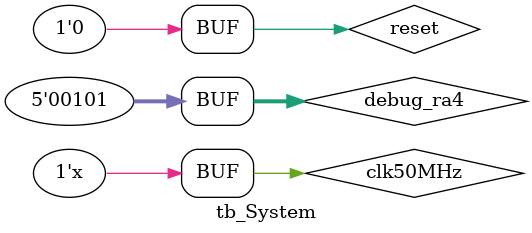
<source format=v>
`timescale 1ns / 1ps

module tb_System();

reg clk50MHz;
reg reset;

//debug
reg [4:0] debug_ra4;
wire [7:0] debug_rd4;

wire mclk;
wire [23:0] maddr;
wire madv_L;
wire mce_L;
wire moe_L;
wire mwe_L;
wire mwait;
wire [15:0] bus_data;
wire mub_L;
wire mlb_L;
wire mcre;

System sys(.clk50MHz(clk50MHz),
           .reset(reset),
           .debug_ra4(debug_ra4),
           .debug_rd4(debug_rd4),
           .mclk(mclk), //begin SRAM controller specific signals
           .maddr(maddr),
           .madv_L(madv_L),
           .mce_L(mce_L),
           .moe_L(moe_L),
           .mwe_L(mwe_L),
           .mcre(mcre),
           .mwait(mwait),
           .mem_data(bus_data),
           .mub_L(mub_L),
           .mlb_L(mlb_L) //end SRAM controller specific signals
           );
              
micron_sram ram(.clk(mclk),
                .addr(maddr), // 24 bits
                .adv_L(madv_L),
                .ce_L(mce_L),
                .oe_L(moe_L),
                .we_L(mwe_L ),
                .mem_wait(mwait),
                .data(bus_data), //16 bits
                .ub_L(mub_L),
                .lb_L(mlb_L),
                .mcre(mcre));
           
initial begin
    reset <= 1;
    clk50MHz <= 0;
    debug_ra4 <= 5;
    #10
    reset = 0;
    //#250
    //$finish;
end

always begin
    #5 clk50MHz = ~clk50MHz;
end

endmodule

</source>
